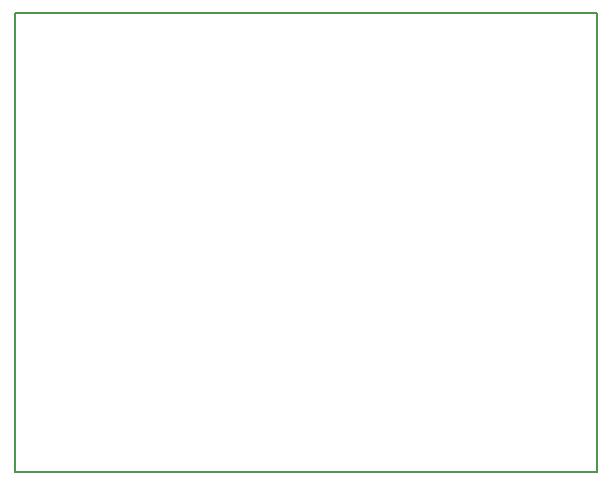
<source format=gm1>
G04 #@! TF.FileFunction,Profile,NP*
%FSLAX46Y46*%
G04 Gerber Fmt 4.6, Leading zero omitted, Abs format (unit mm)*
G04 Created by KiCad (PCBNEW 4.0.4+e1-6308~48~ubuntu16.04.1-stable) date Mon Nov 28 22:29:59 2016*
%MOMM*%
%LPD*%
G01*
G04 APERTURE LIST*
%ADD10C,0.100000*%
%ADD11C,0.150000*%
G04 APERTURE END LIST*
D10*
D11*
X173990000Y-107188000D02*
X124714000Y-107188000D01*
X124714000Y-107188000D02*
X124714000Y-146050000D01*
X124714000Y-146050000D02*
X173990000Y-146050000D01*
X173990000Y-146050000D02*
X173990000Y-107188000D01*
M02*

</source>
